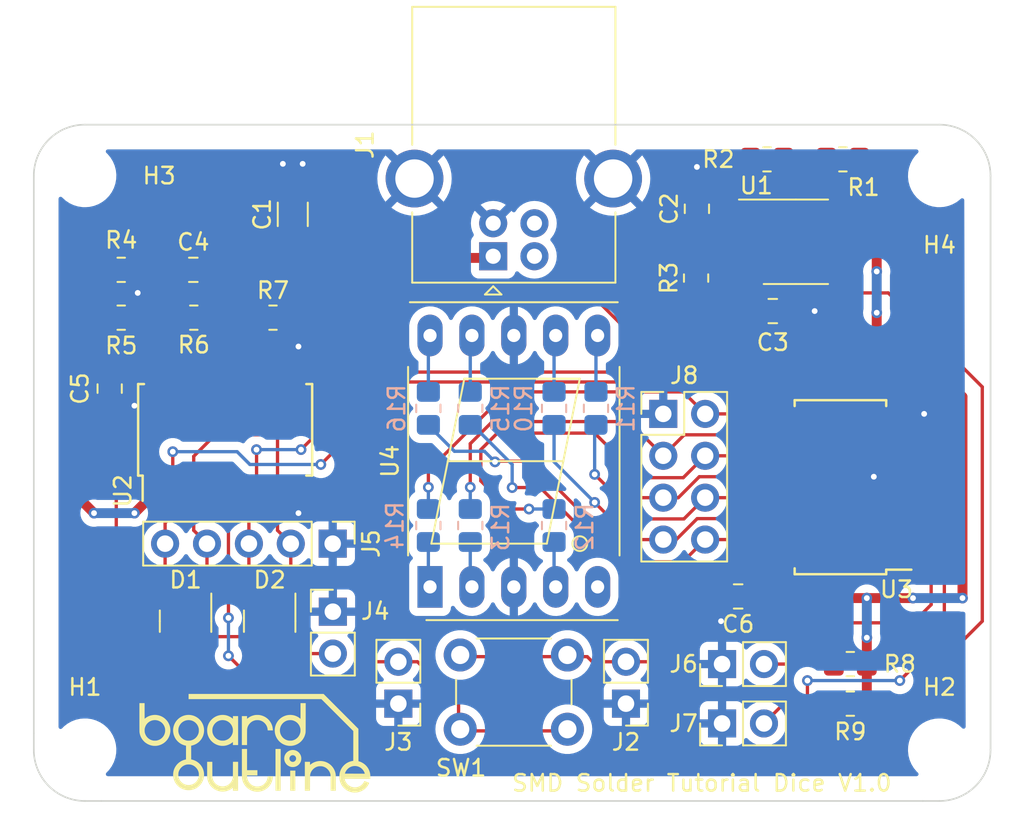
<source format=kicad_pcb>
(kicad_pcb (version 20221018) (generator pcbnew)
  (title_block (title "SMD Solder Tutorial Dice ") (date "2024-05-25") (rev "V1.0"))
  (layers (0 "F.Cu" signal) (31 "B.Cu" signal) (34 "B.Paste" user) (35 "F.Paste" user) (36 "B.SilkS" user "B.Silkscreen") (37 "F.SilkS" user "F.Silkscreen") (38 "B.Mask" user) (39 "F.Mask" user) (44 "Edge.Cuts" user))
  (net 0 "")
  (net 1 "/QA")
  (net 2 "/QB")
  (net 3 "/QC")
  (net 4 "/QD")
  (net 5 "Net-(J2-Pin_2)")
  (net 6 "/CLK")
  (net 7 "GND")
  (net 8 "Net-(U1-THR)")
  (net 9 "+5V")
  (net 11 "Net-(U1-DIS)")
  (net 12 "Net-(J7-Pin_2)")
  (net 13 "Net-(U2-CLR)")
  (net 14 "Net-(J8-Pin_3)")
  (net 15 "Net-(J8-Pin_4)")
  (net 16 "Net-(J8-Pin_5)")
  (net 17 "Net-(J8-Pin_6)")
  (net 20 "Net-(J6-Pin_2)")
  (net 21 "Net-(J8-Pin_7)")
  (net 22 "Net-(J8-Pin_8)")
  (net 23 "Net-(U2-A)")
  (net 24 "Net-(U4-A)")
  (net 25 "Net-(U4-B)")
  (net 26 "Net-(U4-C)")
  (net 27 "Net-(J8-Pin_2)")
  (net 28 "Net-(U4-D)")
  (net 29 "Net-(U4-E)")
  (net 30 "Net-(U4-F)")
  (net 31 "Net-(U4-G)")
  (net 36 "Net-(J4-Pin_2)")
  (footprint "Resistor_SMD:R_0805_2012Metric_Pad1.20x1.40mm_HandSolder" (layer "F.Cu") (at 183.33 55.29 180)
    (fp_text reference "R2")
    (fp_text value "2K")
  )
  (footprint "Resistor_SMD:R_0805_2012Metric_Pad1.20x1.40mm_HandSolder" (layer "F.Cu") (at 188.38 85.89 180)
    (fp_text reference "R8")
    (fp_text value "10K")
  )
  (footprint "Resistor_SMD:R_0805_2012Metric_Pad1.20x1.40mm_HandSolder" (layer "F.Cu") (at 148.58 64.89 180)
    (fp_text reference "R6")
    (fp_text value "10K")
  )
  (footprint "Resistor_SMD:R_0805_2012Metric_Pad1.20x1.40mm_HandSolder" (layer "F.Cu") (at 144.18 61.99 180)
    (fp_text reference "R4")
    (fp_text value "N.F.")
  )
  (footprint "Connector_PinHeader_2.54mm:PinHeader_1x05_P2.54mm_Vertical" (layer "F.Cu") (at 157 78.59 -90)
    (fp_text reference "J5")
    (fp_text value "Conn_01x05")
  )
  (footprint "Package_TO_SOT_SMD:SOT-23" (layer "F.Cu") (at 153.18 83.29 -90)
    (fp_text reference "D2")
    (fp_text value "BAT54C")
  )
  (footprint "Resistor_SMD:R_0805_2012Metric_Pad1.20x1.40mm_HandSolder" (layer "F.Cu") (at 187.93 55.29)
    (fp_text reference "R1")
    (fp_text value "2K")
  )
  (footprint "Connector_PinHeader_2.54mm:PinHeader_2x04_P2.54mm_Vertical" (layer "F.Cu") (at 177.04 70.723)
    (fp_text reference "J8")
    (fp_text value "Conn_02x04_Odd_Even")
  )
  (footprint "Resistor_SMD:R_0805_2012Metric_Pad1.20x1.40mm_HandSolder" (layer "F.Cu") (at 179.03 62.49 90)
    (fp_text reference "R3")
    (fp_text value "N.F.")
  )
  (footprint "Connector_PinHeader_2.54mm:PinHeader_1x02_P2.54mm_Vertical" (layer "F.Cu") (at 180.605 85.89 90)
    (fp_text reference "J6")
    (fp_text value "Conn_01x02")
  )
  (footprint "Button_Switch_THT:SW_PUSH_6mm" (layer "F.Cu") (at 164.73 85.34)
    (fp_text reference "SW1")
    (fp_text value "SW_Push")
  )
  (footprint "Connector_PinHeader_2.54mm:PinHeader_1x02_P2.54mm_Vertical" (layer "F.Cu") (at 180.605 89.49 90)
    (fp_text reference "J7")
    (fp_text value "Conn_01x02")
  )
  (footprint "Capacitor_SMD:C_0805_2012Metric_Pad1.18x1.45mm_HandSolder" (layer "F.Cu") (at 143.48 69.19 -90)
    (fp_text reference "C5")
    (fp_text value "100uF")
  )
  (footprint "MountingHole:MountingHole_3.2mm_M3_DIN965" (layer "F.Cu") (at 193.78 56.29)
    (fp_text reference "H4")
    (fp_text value "MountingHole")
  )
  (footprint "Capacitor_SMD:C_0805_2012Metric_Pad1.18x1.45mm_HandSolder" (layer "F.Cu") (at 148.55 61.99)
    (fp_text reference "C4")
    (fp_text value "100nF")
  )
  (footprint "Resistor_SMD:R_0805_2012Metric_Pad1.20x1.40mm_HandSolder" (layer "F.Cu") (at 188.38 88.29 180)
    (fp_text reference "R9")
    (fp_text value "10K")
  )
  (footprint "Resistor_SMD:R_0805_2012Metric_Pad1.20x1.40mm_HandSolder" (layer "F.Cu") (at 153.38 64.89)
    (fp_text reference "R7")
    (fp_text value "10K")
  )
  (footprint "Capacitor_SMD:C_0805_2012Metric_Pad1.18x1.45mm_HandSolder" (layer "F.Cu") (at 179.08 58.29 90)
    (fp_text reference "C2")
    (fp_text value "100uF")
  )
  (footprint "Connector_PinHeader_2.54mm:PinHeader_1x02_P2.54mm_Vertical" (layer "F.Cu") (at 157.01 82.715)
    (fp_text reference "J4")
    (fp_text value "Conn_01x02")
  )
  (footprint "Package_SO:SOIC-16W_5.3x10.2mm_P1.27mm" (layer "F.Cu") (at 150.48 71.69 90)
    (fp_text reference "U2")
    (fp_text value "CD74HC192NSR")
  )
  (footprint "Package_SO:SOIC-8_3.9x4.9mm_P1.27mm" (layer "F.Cu") (at 185.08 60.29)
    (fp_text reference "U1")
    (fp_text value "NE555D")
  )
  (footprint "MountingHole:MountingHole_3.2mm_M3_DIN965" (layer "F.Cu") (at 141.98 91.09)
    (fp_text reference "H1")
    (fp_text value "MountingHole" hide)
  )
  (footprint "MountingHole:MountingHole_3.2mm_M3_DIN965" (layer "F.Cu") (at 193.78 91.09)
    (fp_text reference "H2")
    (fp_text value "MountingHole")
  )
  (footprint "Package_SO:SOIC-16W_5.3x10.2mm_P1.27mm" (layer "F.Cu") (at 187.78 75.1675 180)
    (fp_text reference "U3")
    (fp_text value "CD74HC4511M96")
  )
  (footprint "Capacitor_SMD:C_0805_2012Metric_Pad1.18x1.45mm_HandSolder" (layer "F.Cu") (at 183.68 64.49)
    (fp_text reference "C3")
    (fp_text value "100uF")
  )
  (footprint "Resistor_SMD:R_0805_2012Metric_Pad1.20x1.40mm_HandSolder" (layer "F.Cu") (at 144.18 64.89)
    (fp_text reference "R5")
    (fp_text value "0R")
  )
  (footprint "Display_7Segment:7SegmentLED_LTS6760_LTS6780" (layer "F.Cu") (at 162.9 81.21 90)
    (fp_text reference "U4")
    (fp_text value "SM420561N")
  )
  (footprint "Connector_PinHeader_2.54mm:PinHeader_1x02_P2.54mm_Vertical" (layer "F.Cu") (at 160.98 88.29 180)
    (fp_text reference "J3")
    (fp_text value "Conn_01x02")
  )
  (footprint "Connector_PinHeader_2.54mm:PinHeader_1x02_P2.54mm_Vertical" (layer "F.Cu") (at 174.78 88.29 180)
    (fp_text reference "J2")
    (fp_text value "Conn_01x02")
  )
  (footprint "MountingHole:MountingHole_3.2mm_M3_DIN965" (layer "F.Cu") (at 141.98 56.29)
    (fp_text reference "H3")
    (fp_text value "MountingHole")
  )
  (footprint "Capacitor_SMD:C_1206_3216Metric_Pad1.33x1.80mm_HandSolder" (layer "F.Cu") (at 154.58 58.6275 90)
    (fp_text reference "C1")
    (fp_text value "10uF")
  )
  (footprint "Connector_USB:USB_B_OST_USB-B1HSxx_Horizontal" (layer "F.Cu") (at 166.73 61.1675 90)
    (fp_text reference "J1")
    (fp_text value "USB_B")
  )
  (footprint "Package_TO_SOT_SMD:SOT-23" (layer "F.Cu") (at 148.08 83.29 -90)
    (fp_text reference "D1")
    (fp_text value "BAT54C")
  )
  (footprint "Capacitor_SMD:C_0805_2012Metric_Pad1.18x1.45mm_HandSolder" (layer "F.Cu") (at 181.58 81.79 180)
    (fp_text reference "C6")
    (fp_text value "100uF")
  )
  (footprint "LOGO" (layer "F.Cu") (at 152.28 90.69)
    (fp_text reference "G***" hide)
    (fp_text value "LOGO" hide)
  )
  (footprint "Resistor_SMD:R_0805_2012Metric_Pad1.20x1.40mm_HandSolder" (layer "B.Cu") (at 165.34 77.49 -90)
    (fp_text reference "R13")
    (fp_text value "680R")
  )
  (footprint "Resistor_SMD:R_0805_2012Metric_Pad1.20x1.40mm_HandSolder" (layer "B.Cu") (at 162.8 77.49 -90)
    (fp_text reference "R14")
    (fp_text value "680R")
  )
  (footprint "Resistor_SMD:R_0805_2012Metric_Pad1.20x1.40mm_HandSolder" (layer "B.Cu") (at 162.8 70.39 90)
    (fp_text reference "R16")
    (fp_text value "680R")
  )
  (footprint "Resistor_SMD:R_0805_2012Metric_Pad1.20x1.40mm_HandSolder" (layer "B.Cu") (at 170.42 77.49 -90)
    (fp_text reference "R12")
    (fp_text value "680R")
  )
  (footprint "Resistor_SMD:R_0805_2012Metric_Pad1.20x1.40mm_HandSolder" (layer "B.Cu") (at 165.34 70.39 90)
    (fp_text reference "R15")
    (fp_text value "680R")
  )
  (footprint "Resistor_SMD:R_0805_2012Metric_Pad1.20x1.40mm_HandSolder" (layer "B.Cu") (at 172.96 70.39 90)
    (fp_text reference "R11")
    (fp_text value "680R")
  )
  (footprint "Resistor_SMD:R_0805_2012Metric_Pad1.20x1.40mm_HandSolder" (layer "B.Cu") (at 170.42 70.39 90)
    (fp_text reference "R10")
    (fp_text value "680R")
  )
  (gr_line (start 138.88 91.09) (end 138.88 90.09) (stroke (width 0.1)) (layer "Edge.Cuts"))
  (gr_arc (start 141.98 94.19) (mid 139.787969 93.282031) (end 138.88 91.09) (stroke (width 0.1)) (layer "Edge.Cuts"))
  (gr_line (start 193.78 94.19) (end 192.78 94.19) (stroke (width 0.1)) (layer "Edge.Cuts"))
  (gr_line (start 192.78 94.19) (end 142.98 94.19) (stroke (width 0.1)) (layer "Edge.Cuts"))
  (gr_line (start 138.88 56.29) (end 138.88 57.29) (stroke (width 0.1)) (layer "Edge.Cuts"))
  (gr_line (start 141.98 53.19) (end 193.78 53.19) (stroke (width 0.1)) (layer "Edge.Cuts"))
  (gr_arc (start 193.78 53.19) (mid 195.972031 54.097969) (end 196.88 56.29) (stroke (width 0.1)) (layer "Edge.Cuts"))
  (gr_arc (start 196.88 91.09) (mid 195.972031 93.282031) (end 193.78 94.19) (stroke (width 0.1)) (layer "Edge.Cuts"))
  (gr_line (start 141.98 94.19) (end 142.98 94.19) (stroke (width 0.1)) (layer "Edge.Cuts"))
  (gr_line (start 196.88 56.29) (end 196.88 91.09) (stroke (width 0.1)) (layer "Edge.Cuts"))
  (gr_line (start 138.88 90.09) (end 138.88 57.29) (stroke (width 0.1)) (layer "Edge.Cuts"))
  (gr_arc (start 138.88 56.29) (mid 139.787969 54.097969) (end 141.98 53.19) (stroke (width 0.1)) (layer "Edge.Cuts"))
  (gr_text "SMD Solder Tutorial Dice V1.0\n" (at 167.78 93.69) (layer "F.SilkS") (effects (font (size 1 1)) (justify left bottom)))
  (segment (start 149.88 71.99) (end 148.575 73.295) (width 0.2) (layer "F.Cu") (net 1))
  (segment (start 148.575 73.295) (end 148.575 75.24) (width 0.2) (layer "F.Cu") (net 1))
  (segment (start 177.28 67.19) (end 173.48 63.39) (width 0.2) (layer "F.Cu") (net 1))
  (segment (start 192.8775 71.9925) (end 193.58 71.29) (width 0.2) (layer "F.Cu") (net 1))
  (segment (start 149.03 82.3525) (end 149.03 81.24) (width 0.2) (layer "F.Cu") (net 1))
  (segment (start 191.33 71.9925) (end 192.8775 71.9925) (width 0.2) (layer "F.Cu") (net 1))
  (segment (start 152.88 71.99) (end 149.88 71.99) (width 0.2) (layer "F.Cu") (net 1))
  (segment (start 161.48 63.39) (end 152.88 71.99) (width 0.2) (layer "F.Cu") (net 1))
  (segment (start 173.48 63.39) (end 161.48 63.39) (width 0.2) (layer "F.Cu") (net 1))
  (segment (start 148.575 75.24) (end 148.575 77.785) (width 0.2) (layer "F.Cu") (net 1))
  (segment (start 193.58 71.29) (end 193.58 69.69) (width 0.2) (layer "F.Cu") (net 1))
  (segment (start 191.08 67.19) (end 177.28 67.19) (width 0.2) (layer "F.Cu") (net 1))
  (segment (start 149.03 81.24) (end 149.38 80.89) (width 0.2) (layer "F.Cu") (net 1))
  (segment (start 193.58 69.69) (end 191.08 67.19) (width 0.2) (layer "F.Cu") (net 1))
  (segment (start 149.38 80.89) (end 149.38 78.59) (width 0.2) (layer "F.Cu") (net 1))
  (segment (start 148.575 77.785) (end 149.38 78.59) (width 0.2) (layer "F.Cu") (net 1))
  (segment (start 147.13 82.3525) (end 147.13 81.24) (width 0.2) (layer "F.Cu") (net 2))
  (segment (start 146.84 77.33) (end 146.84 78.59) (width 0.2) (layer "F.Cu") (net 2))
  (segment (start 184.98 68.79) (end 161.28 68.79) (width 0.2) (layer "F.Cu") (net 2))
  (segment (start 191.33 79.6125) (end 190.88 79.6125) (width 0.2) (layer "F.Cu") (net 2))
  (segment (start 147.305 75.24) (end 147.305 76.865) (width 0.2) (layer "F.Cu") (net 2))
  (segment (start 161.28 68.79) (end 156.28 73.79) (width 0.2) (layer "F.Cu") (net 2))
  (segment (start 147.13 81.24) (end 146.84 80.95) (width 0.2) (layer "F.Cu") (net 2))
  (segment (start 147.305 73.015) (end 147.305 75.24) (width 0.2) (layer "F.Cu") (net 2))
  (segment (start 147.305 76.865) (end 146.84 77.33) (width 0.2) (layer "F.Cu") (net 2))
  (segment (start 190.88 79.6125) (end 187.78 76.5125) (width 0.2) (layer "F.Cu") (net 2))
  (segment (start 146.84 80.95) (end 146.84 78.59) (width 0.2) (layer "F.Cu") (net 2))
  (segment (start 187.78 71.59) (end 184.98 68.79) (width 0.2) (layer "F.Cu") (net 2))
  (segment (start 187.78 76.5125) (end 187.78 71.59) (width 0.2) (layer "F.Cu") (net 2))
  (via (at 147.305 73.015) (size 0.65) (drill 0.35) (layers "F.Cu" "B.Cu") (net 2))
  (via (at 156.28 73.79) (size 0.65) (drill 0.35) (layers "F.Cu" "B.Cu") (net 2))
  (segment (start 151.205 73.015) (end 147.305 73.015) (width 0.2) (layer "B.Cu") (net 2))
  (segment (start 156.28 73.79) (end 151.98 73.79) (width 0.2) (layer "B.Cu") (net 2))
  (segment (start 151.98 73.79) (end 151.205 73.015) (width 0.2) (layer "B.Cu") (net 2))
  (segment (start 190.88 78.3425) (end 191.33 78.3425) (width 0.2) (layer "F.Cu") (net 3))
  (segment (start 151.92 80.93) (end 151.92 78.59) (width 0.2) (layer "F.Cu") (net 3))
  (segment (start 155.08 72.89) (end 159.78 68.19) (width 0.2) (layer "F.Cu") (net 3))
  (segment (start 152.385 72.895) (end 152.38 72.89) (width 0.2) (layer "F.Cu") (net 3))
  (segment (start 188.68 76.1425) (end 190.88 78.3425) (width 0.2) (layer "F.Cu") (net 3))
  (segment (start 188.68 71.29) (end 188.68 76.1425) (width 0.2) (layer "F.Cu") (net 3))
  (segment (start 151.92 77.05) (end 151.92 78.59) (width 0.2) (layer "F.Cu") (net 3))
  (segment (start 185.58 68.19) (end 188.68 71.29) (width 0.2) (layer "F.Cu") (net 3))
  (segment (start 152.385 76.585) (end 151.92 77.05) (width 0.2) (layer "F.Cu") (net 3))
  (segment (start 152.385 75.24) (end 152.385 76.585) (width 0.2) (layer "F.Cu") (net 3))
  (segment (start 159.78 68.19) (end 185.58 68.19) (width 0.2) (layer "F.Cu") (net 3))
  (segment (start 152.385 75.24) (end 152.385 72.895) (width 0.2) (layer "F.Cu") (net 3))
  (segment (start 152.23 81.24) (end 151.92 80.93) (width 0.2) (layer "F.Cu") (net 3))
  (segment (start 152.23 82.3525) (end 152.23 81.24) (width 0.2) (layer "F.Cu") (net 3))
  (via (at 155.08 72.89) (size 0.65) (drill 0.35) (layers "F.Cu" "B.Cu") (net 3))
  (via (at 152.38 72.89) (size 0.65) (drill 0.35) (layers "F.Cu" "B.Cu") (net 3))
  (segment (start 155.08 72.89) (end 152.38 72.89) (width 0.2) (layer "B.Cu") (net 3))
  (segment (start 153.655 75.24) (end 153.655 77.785) (width 0.2) (layer "F.Cu") (net 4))
  (segment (start 190.0525 73.2625) (end 191.33 73.2625) (width 0.2) (layer "F.Cu") (net 4))
  (segment (start 154.46 80.91) (end 154.46 78.59) (width 0.2) (layer "F.Cu") (net 4))
  (segment (start 176.88 67.69) (end 186.58 67.69) (width 0.2) (layer "F.Cu") (net 4))
  (segment (start 189.68 70.79) (end 189.68 72.89) (width 0.2) (layer "F.Cu") (net 4))
  (segment (start 154.13 82.3525) (end 154.13 81.24) (width 0.2) (layer "F.Cu") (net 4))
  (segment (start 189.68 72.89) (end 190.0525 73.2625) (width 0.2) (layer "F.Cu") (net 4))
  (segment (start 153.655 77.785) (end 154.46 78.59) (width 0.2) (layer "F.Cu") (net 4))
  (segment (start 154.13 81.24) (end 154.46 80.91) (width 0.2) (layer "F.Cu") (net 4))
  (segment (start 161.88 63.99) (end 173.18 63.99) (width 0.2) (layer "F.Cu") (net 4))
  (segment (start 186.58 67.69) (end 189.68 70.79) (width 0.2) (layer "F.Cu") (net 4))
  (segment (start 173.18 63.99) (end 176.88 67.69) (width 0.2) (layer "F.Cu") (net 4))
  (segment (start 153.655 75.24) (end 153.655 72.215) (width 0.2) (layer "F.Cu") (net 4))
  (segment (start 153.655 72.215) (end 161.88 63.99) (width 0.2) (layer "F.Cu") (net 4))
  (segment (start 183.915 60.925) (end 186.38 63.39) (width 0.2) (layer "F.Cu") (net 5))
  (segment (start 190.68 63.39) (end 196.38 69.09) (width 0.2) (layer "F.Cu") (net 5))
  (segment (start 180.38 61.49) (end 180.945 60.925) (width 0.2) (layer "F.Cu") (net 5))
  (segment (start 179.03 61.49) (end 180.38 61.49) (width 0.2) (layer "F.Cu") (net 5))
  (segment (start 164.63 85.44) (end 171.13 85.44) (width 0.2) (layer "F.Cu") (net 5))
  (segment (start 180.945 60.925) (end 182.605 60.925) (width 0.2) (layer "F.Cu") (net 5))
  (segment (start 178.28 92.09) (end 176.78 90.59) (width 0.2) (layer "F.Cu") (net 5))
  (segment (start 176.14 85.75) (end 174.78 85.75) (width 0.2) (layer "F.Cu") (net 5))
  (segment (start 186.38 63.39) (end 190.68 63.39) (width 0.2) (layer "F.Cu") (net 5))
  (segment (start 187.58 92.09) (end 178.28 92.09) (width 0.2) (layer "F.Cu") (net 5))
  (segment (start 182.605 60.925) (end 183.915 60.925) (width 0.2) (layer "F.Cu") (net 5))
  (segment (start 196.38 83.29) (end 187.58 92.09) (width 0.2) (layer "F.Cu") (net 5))
  (segment (start 174.78 85.75) (end 172.74 85.75) (width 0.2) (layer "F.Cu") (net 5))
  (segment (start 196.38 69.09) (end 196.38 83.29) (width 0.2) (layer "F.Cu") (net 5))
  (segment (start 172.43 85.44) (end 171.13 85.44) (width 0.2) (layer "F.Cu") (net 5))
  (segment (start 172.74 85.75) (end 172.43 85.44) (width 0.2) (layer "F.Cu") (net 5))
  (segment (start 176.78 90.59) (end 176.78 86.39) (width 0.2) (layer "F.Cu") (net 5))
  (segment (start 176.78 86.39) (end 176.14 85.75) (width 0.2) (layer "F.Cu") (net 5))
  (segment (start 158.43 86.84) (end 152.13 86.84) (width 0.2) (layer "F.Cu") (net 6))
  (segment (start 159.52 85.75) (end 158.43 86.84) (width 0.2) (layer "F.Cu") (net 6))
  (segment (start 150.68 77.29) (end 150.68 83.09) (width 0.2) (layer "F.Cu") (net 6))
  (segment (start 164.63 89.94) (end 171.13 89.94) (width 0.2) (layer "F.Cu") (net 6))
  (segment (start 164.63 88.24) (end 164.63 89.94) (width 0.2) (layer "F.Cu") (net 6))
  (segment (start 162.14 85.75) (end 164.63 88.24) (width 0.2) (layer "F.Cu") (net 6))
  (segment (start 160.98 85.75) (end 162.14 85.75) (width 0.2) (layer "F.Cu") (net 6))
  (segment (start 160.98 85.75) (end 159.52 85.75) (width 0.2) (layer "F.Cu") (net 6))
  (segment (start 152.13 86.84) (end 150.68 85.39) (width 0.2) (layer "F.Cu") (net 6))
  (segment (start 149.845 75.24) (end 149.845 76.455) (width 0.2) (layer "F.Cu") (net 6))
  (segment (start 149.845 76.455) (end 150.68 77.29) (width 0.2) (layer "F.Cu") (net 6))
  (via (at 150.68 83.09) (size 0.65) (drill 0.35) (layers "F.Cu" "B.Cu") (net 6))
  (via (at 150.68 85.39) (size 0.65) (drill 0.35) (layers "F.Cu" "B.Cu") (net 6))
  (segment (start 150.68 83.09) (end 150.68 85.39) (width 0.2) (layer "B.Cu") (net 6))
  (segment (start 155.18 56.465) (end 154.58 57.065) (width 0.6) (layer "F.Cu") (net 7))
  (segment (start 153.98 55.565) (end 153.98 56.465) (width 0.6) (layer "F.Cu") (net 7))
  (segment (start 180.5425 81.79) (end 180.5425 83.29) (width 0.6) (layer "F.Cu") (net 7))
  (segment (start 191.33 74.5325) (end 189.8045 74.5325) (width 0.6) (layer "F.Cu") (net 7))
  (segment (start 184.7175 64.49) (end 186.2175 64.49) (width 0.6) (layer "F.Cu") (net 7))
  (segment (start 153.98 56.465) (end 154.58 57.065) (width 0.6) (layer "F.Cu") (net 7))
  (segment (start 179.08 57.2525) (end 179.08 55.7525) (width 0.6) (layer "F.Cu") (net 7))
  (segment (start 145.18 64.89) (end 147.58 64.89) (width 0.6) (layer "F.Cu") (net 7))
  (segment (start 180.9425 57.2525) (end 179.08 57.2525) (width 0.6) (layer "F.Cu") (net 7))
  (segment (start 182.075 58.385) (end 180.9425 57.2525) (width 0.6) (layer "F.Cu") (net 7))
  (segment (start 154.925 68.14) (end 154.925 66.64) (width 0.6) (layer "F.Cu") (net 7))
  (segment (start 154.38 66.095) (end 154.925 66.64) (width 0.6) (layer "F.Cu") (net 7))
  (segment (start 154.925 75.24) (end 154.925 76.74) (width 0.6) (layer "F.Cu") (net 7))
  (segment (start 145.18 64.89) (end 145.18 63.39) (width 0.6) (layer "F.Cu") (net 7))
  (segment (start 182.605 58.385) (end 182.075 58.385) (width 0.6) (layer "F.Cu") (net 7))
  (segment (start 155.18 55.565) (end 155.18 56.465) (width 0.6) (layer "F.Cu") (net 7))
  (segment (start 143.48 70.2275) (end 144.98 70.2275) (width 0.6) (layer "F.Cu") (net 7))
  (segment (start 191.33 70.7225) (end 192.8555 70.7225) (width 0.6) (layer "F.Cu") (net 7))
  (segment (start 154.38 64.89) (end 154.38 66.095) (width 0.6) (layer "F.Cu") (net 7))
  (via (at 179.08 55.7525) (size 0.65) (drill 0.35) (layers "F.Cu" "B.Cu") (net 7))
  (via (at 144.98 70.2275) (size 0.65) (drill 0.35) (layers "F.Cu" "B.Cu") (net 7))
  (via (at 154.925 76.74) (size 0.65) (drill 0.35) (layers "F.Cu" "B.Cu") (net 7))
  (via (at 192.8555 70.7225) (size 0.65) (drill 0.35) (layers "F.Cu" "B.Cu") (net 7))
  (via (at 155.18 55.565) (size 0.65) (drill 0.35) (layers "F.Cu" "B.Cu") (net 7))
  (via (at 189.8045 74.5325) (size 0.65) (drill 0.35) (layers "F.Cu" "B.Cu") (net 7))
  (via (at 180.5425 83.29) (size 0.65) (drill 0.35) (layers "F.Cu" "B.Cu") (net 7))
  (via (at 145.18 63.39) (size 0.65) (drill 0.35) (layers "F.Cu" "B.Cu") (net 7))
  (via (at 154.925 66.64) (size 0.65) (drill 0.35) (layers "F.Cu" "B.Cu") (net 7))
  (via (at 153.98 55.565) (size 0.65) (drill 0.35) (layers "F.Cu" "B.Cu") (net 7))
  (via (at 186.2175 64.49) (size 0.65) (drill 0.35) (layers "F.Cu" "B.Cu") (net 7))
  (segment (start 184.645 59.655) (end 184.645 57.855) (width 0.2) (layer "F.Cu") (net 8))
  (segment (start 182.78 56.89) (end 182.33 56.44) (width 0.2) (layer "F.Cu") (net 8))
  (segment (start 182.605 59.655) (end 184.645 59.655) (width 0.2) (layer "F.Cu") (net 8))
  (segment (start 185.915 60.925) (end 187.555 60.925) (width 0.2) (layer "F.Cu") (net 8))
  (segment (start 183.68 56.89) (end 182.78 56.89) (width 0.2) (layer "F.Cu") (net 8))
  (segment (start 184.645 59.655) (end 185.915 60.925) (width 0.2) (layer "F.Cu") (net 8))
  (segment (start 184.645 57.855) (end 183.68 56.89) (width 0.2) (layer "F.Cu") (net 8))
  (segment (start 179.4075 59.655) (end 182.605 59.655) (width 0.2) (layer "F.Cu") (net 8))
  (segment (start 182.33 56.44) (end 182.33 55.29) (width 0.2) (layer "F.Cu") (net 8))
  (segment (start 179.08 59.3275) (end 179.4075 59.655) (width 0.2) (layer "F.Cu") (net 8))
  (segment (start 147.38 71.29) (end 152.005 71.29) (width 0.6) (layer "F.Cu") (net 9))
  (segment (start 182.6425 62.2325) (end 182.605 62.195) (width 0.6) (layer "F.Cu") (net 9))
  (segment (start 146.035 75.685) (end 144.98 76.74) (width 0.6) (layer "F.Cu") (net 9))
  (segment (start 189.38 85.89) (end 189.38 84.29) (width 0.6) (layer "F.Cu") (net 9))
  (segment (start 146.0225 68.1525) (end 146.035 68.14) (width 0.6) (layer "F.Cu") (net 9))
  (segment (start 143.48 68.1525) (end 141.3175 68.1525) (width 0.6) (layer "F.Cu") (net 9))
  (segment (start 147.5125 60.2575) (end 147.58 60.19) (width 0.6) (layer "F.Cu") (net 9))
  (segment (start 189.98 66.29) (end 191.78 66.29) (width 0.6) (layer "F.Cu") (net 9))
  (segment (start 189.98 57.69) (end 189.98 62.09) (width 0.6) (layer "F.Cu") (net 9))
  (segment (start 191.78 66.29) (end 195.18 69.69) (width 0.6) (layer "F.Cu") (net 9))
  (segment (start 169.38 56.79) (end 165.58 56.79) (width 0.6) (layer "F.Cu") (net 9))
  (segment (start 146.08 60.19) (end 145.18 60.19) (width 0.6) (layer "F.Cu") (net 9))
  (segment (start 189.38 81.89) (end 182.7175 81.89) (width 0.6) (layer "F.Cu") (net 9))
  (segment (start 189.98 66.29) (end 189.98 64.59) (width 0.6) (layer "F.Cu") (net 9))
  (segment (start 188.93 55.29) (end 188.93 56.64) (width 0.6) (layer "F.Cu") (net 9))
  (segment (start 141.28 65.9525) (end 141.28 68.19) (width 0.6) (layer "F.Cu") (net 9))
  (segment (start 182.6425 64.49) (end 181.1425 64.49) (width 0.6) (layer "F.Cu") (net 9))
  (segment (start 182.6175 81.79) (end 182.6175 80.6525) (width 0.6) (layer "F.Cu") (net 9))
  (segment (start 147.5125 61.99) (end 147.5125 60.2575) (width 0.6) (layer "F.Cu") (net 9))
  (segment (start 145.18 61.99) (end 145.18 60.19) (width 0.6) (layer "F.Cu") (net 9))
  (segment (start 182.6425 64.49) (end 182.6425 62.2325) (width 0.6) (layer "F.Cu") (net 9))
  (segment (start 164.58 57.79) (end 164.58 61.2675) (width 0.6) (layer "F.Cu") (net 9))
  (segment (start 141.98 60.19) (end 141.28 60.89) (width 0.6) (layer "F.Cu") (net 9))
  (segment (start 153.655 68.14) (end 153.655 69.64) (width 0.6) (layer "F.Cu") (net 9))
  (segment (start 186.58 66.29) (end 184.4425 66.29) (width 0.6) (layer "F.Cu") (net 9))
  (segment (start 164.58 61.2675) (end 158.9575 61.2675) (width 0.6) (layer "F.Cu") (net 9))
  (segment (start 145.18 60.19) (end 141.98 60.19) (width 0.6) (layer "F.Cu") (net 9))
  (segment (start 182.6175 80.6525) (end 183.6575 79.6125) (width 0.6) (layer "F.Cu") (net 9))
  (segment (start 192.18 81.89) (end 189.38 81.89) (width 0.6) (layer "F.Cu") (net 9))
  (segment (start 146.035 75.24) (end 146.035 75.685) (width 0.6) (layer "F.Cu") (net 9))
  (segment (start 152.005 71.29) (end 153.655 69.64) (width 0.6) (layer "F.Cu") (net 9))
  (segment (start 180.1425 63.49) (end 179.03 63.49) (width 0.6) (layer "F.Cu") (net 9))
  (segment (start 147.58 60.19) (end 157.88 60.19) (width 0.6) (layer "F.Cu") (net 9))
  (segment (start 165.58 56.79) (end 164.58 57.79) (width 0.6) (layer "F.Cu") (net 9))
  (segment (start 141.3175 68.1525) (end 141.28 68.19) (width 0.6) (layer "F.Cu") (net 9))
  (segment (start 141.28 68.19) (end 141.28 75.49) (width 0.6) (layer "F.Cu") (net 9))
  (segment (start 146.035 75.24) (end 146.035 72.635) (width 0.6) (layer "F.Cu") (net 9))
  (segment (start 179.03 63.49) (end 176.08 63.49) (width 0.6) (layer "F.Cu") (net 9))
  (segment (start 188.03 56.64) (end 188.93 56.64) (width 0.6) (layer "F.Cu") (net 9))
  (segment (start 143.48 68.1525) (end 146.0225 68.1525) (width 0.6) (layer "F.Cu") (net 9))
  (segment (start 188.93 56.64) (end 189.98 57.69) (width 0.6) (layer "F.Cu") (net 9))
  (segment (start 195.18 69.69) (end 195.18 81.89) (width 0.6) (layer "F.Cu") (net 9))
  (segment (start 146.08 60.19) (end 147.58 60.19) (width 0.6) (layer "F.Cu") (net 9))
  (segment (start 181.1425 64.49) (end 180.1425 63.49) (width 0.6) (layer "F.Cu") (net 9))
  (segment (start 189.38 85.89) (end 189.38 88.29) (width 0.6) (layer "F.Cu") (net 9))
  (segment (start 182.7175 81.89) (end 182.6175 81.79) (width 0.6) (layer "F.Cu") (net 9))
  (segment (start 186.58 66.29) (end 187.38 66.29) (width 0.6) (layer "F.Cu") (net 9))
  (segment (start 187.38 66.29) (end 189.98 66.29) (width 0.6) (layer "F.Cu") (net 9))
  (segment (start 166.63 61.2675) (end 164.58 61.2675) (width 0.6) (layer "F.Cu") (net 9))
  (segment (start 187.555 58.385) (end 187.555 57.115) (width 0.6) (layer "F.Cu") (net 9))
  (segment (start 141.28 75.49) (end 142.53 76.74) (width 0.6) (layer "F.Cu") (net 9))
  (segment (start 141.28 60.89) (end 141.28 65.9525) (width 0.6) (layer "F.Cu") (net 9))
  (segment (start 176.08 63.49) (end 169.38 56.79) (width 0.6) (layer "F.Cu") (net 9))
  (segment (start 183.6575 79.6125) (end 184.23 79.6125) (width 0.6) (layer "F.Cu") (net 9))
  (segment (start 184.4425 66.29) (end 182.6425 64.49) (width 0.6) (layer "F.Cu") (net 9))
  (segment (start 157.88 60.19) (end 158.9575 61.2675) (width 0.6) (layer "F.Cu") (net 9))
  (segment (start 187.555 57.115) (end 188.03 56.64) (width 0.6) (layer "F.Cu") (net 9))
  (segment (start 146.035 72.635) (end 147.38 71.29) (width 0.6) (layer "F.Cu") (net 9))
  (via (at 192.18 81.89) (size 0.65) (drill 0.35) (layers "F.Cu" "B.Cu") (net 9))
  (via (at 142.53 76.74) (size 0.65) (drill 0.35) (layers "F.Cu" "B.Cu") (net 9))
  (via (at 189.98 62.09) (size 0.65) (drill 0.35) (layers "F.Cu" "B.Cu") (net 9))
  (via (at 189.38 84.29) (size 0.65) (drill 0.35) (layers "F.Cu" "B.Cu") (net 9))
  (via (at 189.98 64.59) (size 0.65) (drill 0.35) (layers "F.Cu" "B.Cu") (net 9))
  (via (at 144.98 76.74) (size 0.65) (drill 0.35) (layers "F.Cu" "B.Cu") (net 9))
  (via (at 189.38 81.89) (size 0.65) (drill 0.35) (layers "F.Cu" "B.Cu") (net 9))
  (via (at 195.18 81.89) (size 0.65) (drill 0.35) (layers "F.Cu" "B.Cu") (net 9))
  (segment (start 189.98 64.59) (end 189.98 62.09) (width 0.6) (layer "B.Cu") (net 9))
  (segment (start 189.38 84.29) (end 189.38 81.89) (width 0.6) (layer "B.Cu") (net 9))
  (segment (start 144.98 76.74) (end 142.53 76.74) (width 0.6) (layer "B.Cu") (net 9))
  (segment (start 195.18 81.89) (end 192.18 81.89) (width 0.6) (layer "B.Cu") (net 9))
  (segment (start 185.68 55.29) (end 186.93 55.29) (width 0.2) (layer "F.Cu") (net 11))
  (segment (start 185.68 59.19) (end 186.145 59.655) (width 0.2) (layer "F.Cu") (net 11))
  (segment (start 185.68 55.29) (end 185.68 59.19) (width 0.2) (layer "F.Cu") (net 11))
  (segment (start 186.145 59.655) (end 187.555 59.655) (width 0.2) (layer "F.Cu") (net 11))
  (segment (start 184.33 55.29) (end 185.68 55.29) (width 0.2) (layer "F.Cu") (net 11))
  (segment (start 191.33 75.8025) (end 192.5925 75.8025) (width 0.2) (layer "F.Cu") (net 12))
  (segment (start 192.5925 75.8025) (end 194.08 77.29) (width 0.2) (layer "F.Cu") (net 12))
  (segment (start 194.08 82.79) (end 194.08 84.19) (width 0.2) (layer "F.Cu") (net 12))
  (segment (start 185.78 88.29) (end 185.78 86.89) (width 0.2) (layer "F.Cu") (net 12))
  (segment (start 184.345 88.29) (end 183.145 89.49) (width 0.2) (layer "F.Cu") (net 12))
  (segment (start 194.08 77.29) (end 194.08 82.79) (width 0.2) (layer "F.Cu") (net 12))
  (segment (start 187.38 87.99) (end 187.38 87.89) (width 0.2) (layer "F.Cu") (net 12))
  (segment (start 185.78 88.29) (end 184.345 88.29) (width 0.2) (layer "F.Cu") (net 12))
  (segment (start 194.08 84.19) (end 191.38 86.89) (width 0.2) (layer "F.Cu") (net 12))
  (segment (start 187.38 88.29) (end 185.78 88.29) (width 0.2) (layer "F.Cu") (net 12))
  (via (at 191.38 86.89) (size 0.65) (drill 0.35) (layers "F.Cu" "B.Cu") (net 12))
  (via (at 185.78 86.89) (size 0.65) (drill 0.35) (layers "F.Cu" "B.Cu") (net 12))
  (segment (start 191.38 86.89) (end 185.78 86.89) (width 0.2) (layer "B.Cu") (net 12))
  (segment (start 148.575 68.14) (end 148.575 65.995) (width 0.2) (layer "F.Cu") (net 13))
  (segment (start 149.5875 64.8825) (end 149.58 64.89) (width 0.2) (layer "F.Cu") (net 13))
  (segment (start 149.5875 61.99) (end 149.5875 64.8825) (width 0.2) (layer "F.Cu") (net 13))
  (segment (start 149.58 64.99) (end 149.58 64.89) (width 0.2) (layer "F.Cu") (net 13))
  (segment (start 148.575 65.995) (end 149.58 64.99) (width 0.2) (layer "F.Cu") (net 13))
  (segment (start 177.04 73.263) (end 174.967 71.19) (width 0.2) (layer "F.Cu") (net 14))
  (segment (start 165.34 72.53) (end 166.68 71.19) (width 0.2) (layer "F.Cu") (net 14))
  (segment (start 174.967 71.19) (end 166.68 71.19) (width 0.2) (layer "F.Cu") (net 14))
  (segment (start 165.34 75.17) (end 165.34 72.53) (width 0.2) (layer "F.Cu") (net 14))
  (segment (start 184.23 71.9925) (end 178.3105 71.9925) (width 0.2) (layer "F.Cu") (net 14))
  (segment (start 178.3105 71.9925) (end 177.04 73.263) (width 0.2) (layer "F.Cu") (net 14))
  (via (at 165.34 75.17) (size 0.65) (drill 0.35) (layers "F.Cu" "B.Cu") (net 14))
  (segment (start 165.34 76.49) (end 165.34 75.17) (width 0.2) (layer "B.Cu") (net 14))
  (segment (start 168.9 76.49) (end 167.68 76.49) (width 0.2) (layer "F.Cu") (net 15))
  (segment (start 184.23 73.2625) (end 179.5805 73.2625) (width 0.2) (layer "F.Cu") (net 15))
  (segment (start 179.5805 73.2625) (end 179.58 73.263) (width 0.2) (layer "F.Cu") (net 15))
  (segment (start 167.68 76.49) (end 165.98 74.79) (width 0.2) (layer "F.Cu") (net 15))
  (segment (start 178.253 74.59) (end 179.58 73.263) (width 0.2) (layer "F.Cu") (net 15))
  (segment (start 175.58 74.59) (end 178.253 74.59) (width 0.2) (layer "F.Cu") (net 15))
  (segment (start 166.98 71.89) (end 172.88 71.89) (width 0.2) (layer "F.Cu") (net 15))
  (segment (start 172.88 71.89) (end 175.58 74.59) (width 0.2) (layer "F.Cu") (net 15))
  (segment (start 165.98 74.79) (end 165.98 72.89) (width 0.2) (layer "F.Cu") (net 15))
  (segment (start 165.98 72.89) (end 166.98 71.89) (width 0.2) (layer "F.Cu") (net 15))
  (via (at 168.9 76.49) (size 0.65) (drill 0.35) (layers "F.Cu" "B.Cu") (net 15))
  (segment (start 170.42 76.49) (end 168.9 76.49) (width 0.2) (layer "B.Cu") (net 15))
  (segment (start 177.953654 75.803) (end 177.04 75.803) (width 0.2) (layer "F.Cu") (net 16))
  (segment (start 179.224154 74.5325) (end 177.953654 75.803) (width 0.2) (layer "F.Cu") (net 16))
  (segment (start 174.293 75.803) (end 177.04 75.803) (width 0.2) (layer "F.Cu") (net 16))
  (segment (start 172.88 74.39) (end 174.293 75.803) (width 0.2) (layer "F.Cu") (net 16))
  (segment (start 184.23 74.5325) (end 179.224154 74.5325) (width 0.2) (layer "F.Cu") (net 16))
  (via (at 172.88 74.39) (size 0.65) (drill 0.35) (layers "F.Cu" "B.Cu") (net 16))
  (segment (start 172.88 71.47) (end 172.88 74.39) (width 0.2) (layer "B.Cu") (net 16))
  (segment (start 172.96 71.39) (end 172.88 71.47) (width 0.2) (layer "B.Cu") (net 16))
  (segment (start 173.88 77.09) (end 178.293 77.09) (width 0.2) (layer "F.Cu") (net 17))
  (segment (start 184.23 75.8025) (end 179.5805 75.8025) (width 0.2) (layer "F.Cu") (net 17))
  (segment (start 179.5805 75.8025) (end 179.58 75.803) (width 0.2) (layer "F.Cu") (net 17))
  (segment (start 178.293 77.09) (end 179.58 75.803) (width 0.2) (layer "F.Cu") (net 17))
  (segment (start 172.88 76.09) (end 173.88 77.09) (width 0.2) (layer "F.Cu") (net 17))
  (via (at 172.88 76.09) (size 0.65) (drill 0.35) (layers "F.Cu" "B.Cu") (net 17))
  (segment (start 170.42 73.63) (end 170.42 71.39) (width 0.2) (layer "B.Cu") (net 17))
  (segment (start 172.88 76.09) (end 170.42 73.63) (width 0.2) (layer "B.Cu") (net 17))
  (segment (start 188.18 83.39) (end 192.18 83.39) (width 0.2) (layer "F.Cu") (net 20))
  (segment (start 187.38 85.89) (end 183.145 85.89) (width 0.2) (layer "F.Cu") (net 20))
  (segment (start 192.2625 77.0725) (end 191.33 77.0725) (width 0.2) (layer "F.Cu") (net 20))
  (segment (start 192.18 83.39) (end 193.28 82.29) (width 0.2) (layer "F.Cu") (net 20))
  (segment (start 187.38 85.89) (end 187.38 84.19) (width 0.2) (layer "F.Cu") (net 20))
  (segment (start 187.38 84.19) (end 188.18 83.39) (width 0.2) (layer "F.Cu") (net 20))
  (segment (start 193.28 82.29) (end 193.28 78.09) (width 0.2) (layer "F.Cu") (net 20))
  (segment (start 193.28 78.09) (end 192.2625 77.0725) (width 0.2) (layer "F.Cu") (net 20))
  (segment (start 179.0975 77.0725) (end 177.827 78.343) (width 0.2) (layer "F.Cu") (net 21))
  (segment (start 184.23 77.0725) (end 179.0975 77.0725) (width 0.2) (layer "F.Cu") (net 21))
  (segment (start 166.838411 73.631589) (end 166.88 73.59) (width 0.2) (layer "F.Cu") (net 21))
  (segment (start 168.98 73.59) (end 173.733 78.343) (width 0.2) (layer "F.Cu") (net 21))
  (segment (start 173.733 78.343) (end 177.04 78.343) (width 0.2) (layer "F.Cu") (net 21))
  (segment (start 166.88 73.59) (end 168.98 73.59) (width 0.2) (layer "F.Cu") (net 21))
  (segment (start 177.827 78.343) (end 177.04 78.343) (width 0.2) (layer "F.Cu") (net 21))
  (via (at 166.838411 73.631589) (size 0.65) (drill 0.35) (layers "F.Cu" "B.Cu") (net 21))
  (segment (start 164.38 72.99) (end 166.196822 72.99) (width 0.2) (layer "B.Cu") (net 21))
  (segment (start 166.196822 72.99) (end 166.838411 73.631589) (width 0.2) (layer "B.Cu") (net 21))
  (segment (start 162.8 71.41) (end 164.38 72.99) (width 0.2) (layer "B.Cu") (net 21))
  (segment (start 162.8 71.39) (end 162.8 71.41) (width 0.2) (layer "B.Cu") (net 21))
  (segment (start 178.233 79.69) (end 179.58 78.343) (width 0.2) (layer "F.Cu") (net 22))
  (segment (start 169.58 75.19) (end 174.08 79.69) (width 0.2) (layer "F.Cu") (net 22))
  (segment (start 184.23 78.3425) (end 179.5805 78.3425) (width 0.2) (layer "F.Cu") (net 22))
  (segment (start 174.08 79.69) (end 178.233 79.69) (width 0.2) (layer "F.Cu") (net 22))
  (segment (start 179.5805 78.3425) (end 179.58 78.343) (width 0.2) (layer "F.Cu") (net 22))
  (segment (start 167.88 75.19) (end 169.58 75.19) (width 0.2) (layer "F.Cu") (net 22))
  (via (at 167.88 75.19) (size 0.65) (drill 0.35) (layers "F.Cu" "B.Cu") (net 22))
  (segment (start 167.88 73.79) (end 165.48 71.39) (width 0.2) (layer "B.Cu") (net 22))
  (segment (start 167.88 75.19) (end 167.88 73.79) (width 0.2) (layer "B.Cu") (net 22))
  (segment (start 165.48 71.39) (end 165.34 71.39) (width 0.2) (layer "B.Cu") (net 22))
  (segment (start 147.305 67.715) (end 147.305 68.14) (width 0.2) (layer "F.Cu") (net 23))
  (segment (start 143.18 61.99) (end 143.18 64.89) (width 0.2) (layer "F.Cu") (net 23))
  (segment (start 145.88 66.29) (end 147.305 67.715) (width 0.2) (layer "F.Cu") (net 23))
  (segment (start 143.18 64.89) (end 143.18 64.99) (width 0.2) (layer "F.Cu") (net 23))
  (segment (start 143.18 64.99) (end 144.48 66.29) (width 0.2) (layer "F.Cu") (net 23))
  (segment (start 144.48 66.29) (end 145.88 66.29) (width 0.2) (layer "F.Cu") (net 23))
  (segment (start 170.42 69.39) (end 170.42 66.07) (width 0.2) (layer "B.Cu") (net 24))
  (segment (start 172.96 69.39) (end 172.96 66.07) (width 0.2) (layer "B.Cu") (net 25))
  (segment (start 170.42 78.49) (end 170.42 81.31) (width 0.2) (layer "B.Cu") (net 26))
  (segment (start 162.8 74.17) (end 167.58 69.39) (width 0.2) (layer "F.Cu") (net 27))
  (segment (start 184.23 70.7225) (end 179.5805 70.7225) (width 0.2) (layer "F.Cu") (net 27))
  (segment (start 162.8 75.17) (end 162.8 74.17) (width 0.2) (layer "F.Cu") (net 27))
  (segment (start 167.58 69.39) (end 178.247 69.39) (width 0.2) (layer "F.Cu") (net 27))
  (segment (start 179.5805 70.7225) (end 179.58 70.723) (width 0.2) (layer "F.Cu") (net 27))
  (segment (start 178.247 69.39) (end 179.58 70.723) (width 0.2) (layer "F.Cu") (net 27))
  (via (at 162.8 75.17) (size 0.65) (drill 0.35) (layers "F.Cu" "B.Cu") (net 27))
  (segment (start 162.8 76.49) (end 162.8 75.17) (width 0.2) (layer "B.Cu") (net 27))
  (segment (start 165.34 78.49) (end 165.34 81.31) (width 0.2) (layer "B.Cu") (net 28))
  (segment (start 162.8 78.49) (end 162.8 81.31) (width 0.2) (layer "B.Cu") (net 29))
  (segment (start 165.34 69.39) (end 165.34 66.07) (width 0.2) (layer "B.Cu") (net 30))
  (segment (start 162.8 69.39) (end 162.8 66.07) (width 0.2) (layer "B.Cu") (net 31))
  (segment (start 152.385 69.49) (end 152.385 68.14) (width 0.2) (layer "F.Cu") (net 36))
  (segment (start 146.38 70.49) (end 151.385 70.49) (width 0.2) (layer "F.Cu") (net 36))
  (segment (start 153.18 84.65875) (end 153.77625 85.255) (width 0.2) (layer "F.Cu") (net 36))
  (segment (start 146.8175 84.2275) (end 143.88 81.29) (width 0.2) (layer "F.Cu") (net 36))
  (segment (start 153.18 84.2275) (end 153.18 84.65875) (width 0.2) (layer "F.Cu") (net 36))
  (segment (start 151.385 70.49) (end 152.385 69.49) (width 0.2) (layer "F.Cu") (net 36))
  (segment (start 153.77625 85.255) (end 157.01 85.255) (width 0.2) (layer "F.Cu") (net 36))
  (segment (start 143.88 81.29) (end 143.88 72.99) (width 0.2) (layer "F.Cu") (net 36))
  (segment (start 152.385 68.14) (end 152.385 64.895) (width 0.2) (layer "F.Cu") (net 36))
  (segment (start 148.08 84.2275) (end 153.18 84.2275) (width 0.2) (layer "F.Cu") (net 36))
  (segment (start 152.385 64.895) (end 152.38 64.89) (width 0.2) (layer "F.Cu") (net 36))
  (segment (start 143.88 72.99) (end 146.38 70.49) (width 0.2) (layer "F.Cu") (net 36))
  (segment (start 148.08 84.2275) (end 146.8175 84.2275) (width 0.2) (layer "F.Cu") (net 36))
  (zone (net 7) (net_name "GND") (layer "B.Cu") (connect_pads (clearance 0.5)) (min_thickness 0.25) (fill yes (thermal_gap 0.5) (thermal_bridge_width 0.5))
    (polygon (pts (xy 195.28 54.69) (xy 140.38 54.69) (xy 140.38 92.69) (xy 195.38 92.69)))
  )
)
</source>
